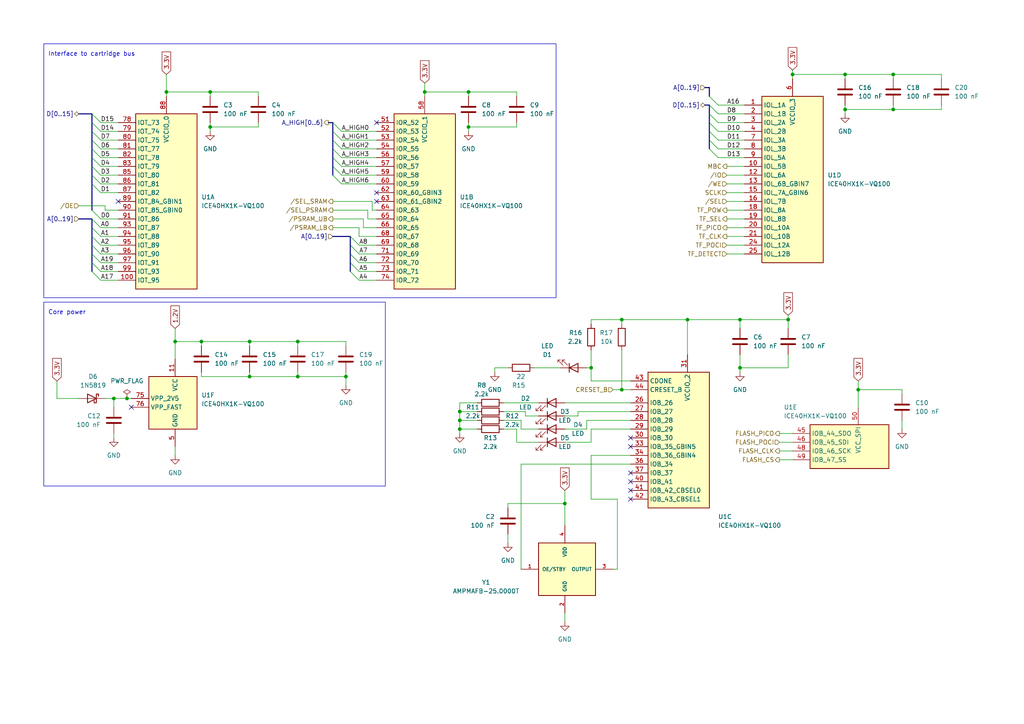
<source format=kicad_sch>
(kicad_sch (version 20230121) (generator eeschema)
  (paper "A4")
  (lib_symbols
    (symbol "AMPMAFB-25.0000T:AMPMAFB-25.0000T" (pin_names (offset 1.016))
      (property "Reference" "Y" (at -15.24 10.16 0))
      (property "Value" "AMPMAFB-25.0000T" (at -6.35 8.255 0))
      (symbol "AMPMAFB-25.0000T_0_0"
        (rectangle (start -15.24 7.62) (end 1.27 -7.62) (stroke (width 0.254)) (fill (type background)))
        (pin input line (at -20.32 0 0) (length 5.08) (name "OE/STBY") (number "1"))
        (pin power_in line (at -7.62 -12.7 90) (length 5.08) (name "GND") (number "2"))
        (pin output line (at 6.35 0 180) (length 5.08) (name "OUTPUT") (number "3"))
        (pin power_in line (at -7.62 12.7 270) (length 5.08) (name "VDD") (number "4"))
      )
    )
    (symbol "Device:C" (pin_numbers hide) (pin_names (offset 0.254))
      (property "Reference" "C" (at 0.635 2.54 0))
      (property "Value" "C" (at 0.635 -2.54 0))
      (symbol "C_0_1"
        (polyline (pts (xy -2.032 -0.762) (xy 2.032 -0.762)) (stroke (width 0.508)))
        (polyline (pts (xy -2.032 0.762) (xy 2.032 0.762)) (stroke (width 0.508)))
      )
      (symbol "C_1_1"
        (pin passive line (at 0 3.81 270) (length 2.794) (name "~") (number "1"))
        (pin passive line (at 0 -3.81 90) (length 2.794) (name "~") (number "2"))
      )
    )
    (symbol "Device:LED" (pin_numbers hide) (pin_names (offset 1.016) hide)
      (property "Reference" "D" (at 0 2.54 0))
      (property "Value" "LED" (at 0 -2.54 0))
      (symbol "LED_0_1"
        (polyline (pts (xy -1.27 -1.27) (xy -1.27 1.27)) (stroke (width 0.254)))
        (polyline (pts (xy -1.27 0) (xy 1.27 0)))
        (polyline (pts (xy 1.27 -1.27) (xy 1.27 1.27) (xy -1.27 0) (xy 1.27 -1.27)) (stroke (width 0.254)))
        (polyline (pts (xy -3.048 -0.762) (xy -4.572 -2.286) (xy -3.81 -2.286) (xy -4.572 -2.286) (xy -4.572 -1.524)))
        (polyline (pts (xy -1.778 -0.762) (xy -3.302 -2.286) (xy -2.54 -2.286) (xy -3.302 -2.286) (xy -3.302 -1.524)))
      )
      (symbol "LED_1_1"
        (pin passive line (at -3.81 0 0) (length 2.54) (name "K") (number "1"))
        (pin passive line (at 3.81 0 180) (length 2.54) (name "A") (number "2"))
      )
    )
    (symbol "Device:R" (pin_numbers hide) (pin_names (offset 0))
      (property "Reference" "R" (at 2.032 0 90))
      (property "Value" "R" (at 0 0 90))
      (symbol "R_0_1"
        (rectangle (start -1.016 -2.54) (end 1.016 2.54) (stroke (width 0.254)))
      )
      (symbol "R_1_1"
        (pin passive line (at 0 3.81 270) (length 1.27) (name "~") (number "1"))
        (pin passive line (at 0 -3.81 90) (length 1.27) (name "~") (number "2"))
      )
    )
    (symbol "Diode:1N5819" (pin_numbers hide) (pin_names (offset 1.016) hide)
      (property "Reference" "D" (at 0 2.54 0))
      (property "Value" "1N5819" (at 0 -2.54 0))
      (symbol "1N5819_0_1"
        (polyline (pts (xy 1.27 0) (xy -1.27 0)))
        (polyline (pts (xy 1.27 1.27) (xy 1.27 -1.27) (xy -1.27 0) (xy 1.27 1.27)) (stroke (width 0.254)))
        (polyline (pts (xy -1.905 0.635) (xy -1.905 1.27) (xy -1.27 1.27) (xy -1.27 -1.27) (xy -0.635 -1.27) (xy -0.635 -0.635)) (stroke (width 0.254)))
      )
      (symbol "1N5819_1_1"
        (pin passive line (at -3.81 0 0) (length 2.54) (name "K") (number "1"))
        (pin passive line (at 3.81 0 180) (length 2.54) (name "A") (number "2"))
      )
    )
    (symbol "nileswan:ICE40HX1K-VQ100"
      (property "Reference" "U" (at 15.24 7.62 0))
      (property "Value" "ICE40HX1K-VQ100" (at 15.24 5.08 0))
      (symbol "ICE40HX1K-VQ100_1_1"
        (rectangle (start 5.08 2.54) (end 22.86 -48.26) (stroke (width 0.254)) (fill (type background)))
        (pin bidirectional line (at 0 -45.72 0) (length 5.08) (name "IOT_95") (number "100"))
        (pin bidirectional line (at 0 0 0) (length 5.08) (name "IOT_73") (number "78"))
        (pin bidirectional line (at 0 -2.54 0) (length 5.08) (name "IOT_74") (number "79"))
        (pin bidirectional line (at 0 -5.08 0) (length 5.08) (name "IOT_75") (number "80"))
        (pin bidirectional line (at 0 -7.62 0) (length 5.08) (name "IOT_77") (number "81"))
        (pin bidirectional line (at 0 -10.16 0) (length 5.08) (name "IOT_78") (number "82"))
        (pin bidirectional line (at 0 -12.7 0) (length 5.08) (name "IOT_79") (number "83"))
        (pin bidirectional line (at 0 -15.24 0) (length 5.08) (name "IOT_80") (number "85"))
        (pin bidirectional line (at 0 -17.78 0) (length 5.08) (name "IOT_81") (number "86"))
        (pin bidirectional line (at 0 -20.32 0) (length 5.08) (name "IOT_82") (number "87"))
        (pin power_in line (at 13.97 7.62 270) (length 5.08) (name "VCCIO_0") (number "88"))
        (pin bidirectional line (at 0 -22.86 0) (length 5.08) (name "IOT_84_GBIN1") (number "89"))
        (pin bidirectional line (at 0 -25.4 0) (length 5.08) (name "IOT_85_GBIN0") (number "90"))
        (pin bidirectional line (at 0 -27.94 0) (length 5.08) (name "IOT_86") (number "91"))
        (pin passive line (at 13.97 7.62 270) (length 5.08) hide (name "VCCIO_0") (number "92"))
        (pin bidirectional line (at 0 -30.48 0) (length 5.08) (name "IOT_87") (number "93"))
        (pin bidirectional line (at 0 -33.02 0) (length 5.08) (name "IOT_88") (number "94"))
        (pin bidirectional line (at 0 -35.56 0) (length 5.08) (name "IOT_89") (number "95"))
        (pin bidirectional line (at 0 -38.1 0) (length 5.08) (name "IOT_90") (number "96"))
        (pin bidirectional line (at 0 -40.64 0) (length 5.08) (name "IOT_91") (number "97"))
        (pin bidirectional line (at 0 -43.18 0) (length 5.08) (name "IOT_93") (number "99"))
      )
      (symbol "ICE40HX1K-VQ100_2_1"
        (rectangle (start 5.08 2.54) (end 22.86 -48.26) (stroke (width 0.254)) (fill (type background)))
        (pin bidirectional line (at 0 0 0) (length 5.08) (name "IOR_52") (number "51"))
        (pin bidirectional line (at 0 -2.54 0) (length 5.08) (name "IOR_53") (number "52"))
        (pin bidirectional line (at 0 -5.08 0) (length 5.08) (name "IOR_54") (number "53"))
        (pin bidirectional line (at 0 -7.62 0) (length 5.08) (name "IOR_55") (number "54"))
        (pin bidirectional line (at 0 -10.16 0) (length 5.08) (name "IOR_56") (number "56"))
        (pin bidirectional line (at 0 -12.7 0) (length 5.08) (name "IOR_57") (number "57"))
        (pin power_in line (at 13.97 7.62 270) (length 5.08) (name "VCCIO_1") (number "58"))
        (pin bidirectional line (at 0 -15.24 0) (length 5.08) (name "IOR_58") (number "59"))
        (pin bidirectional line (at 0 -17.78 0) (length 5.08) (name "IOR_59") (number "60"))
        (pin bidirectional line (at 0 -20.32 0) (length 5.08) (name "IOR_60_GBIN3") (number "62"))
        (pin bidirectional line (at 0 -22.86 0) (length 5.08) (name "IOR_61_GBIN2") (number "63"))
        (pin bidirectional line (at 0 -25.4 0) (length 5.08) (name "IOR_63") (number "64"))
        (pin bidirectional line (at 0 -27.94 0) (length 5.08) (name "IOR_64") (number "65"))
        (pin bidirectional line (at 0 -30.48 0) (length 5.08) (name "IOR_65") (number "66"))
        (pin passive line (at 13.97 7.62 270) (length 5.08) hide (name "VCCIO_1") (number "67"))
        (pin bidirectional line (at 0 -33.02 0) (length 5.08) (name "IOR_67") (number "68"))
        (pin bidirectional line (at 0 -35.56 0) (length 5.08) (name "IOR_68") (number "69"))
        (pin bidirectional line (at 0 -38.1 0) (length 5.08) (name "IOR_69") (number "71"))
        (pin bidirectional line (at 0 -40.64 0) (length 5.08) (name "IOR_70") (number "72"))
        (pin bidirectional line (at 0 -43.18 0) (length 5.08) (name "IOR_71") (number "73"))
        (pin bidirectional line (at 0 -45.72 0) (length 5.08) (name "IOR_72") (number "74"))
      )
      (symbol "ICE40HX1K-VQ100_3_1"
        (rectangle (start 5.08 2.54) (end 22.86 -36.83) (stroke (width 0.254)) (fill (type background)))
        (pin bidirectional line (at 0 -6.35 0) (length 5.08) (name "IOB_26") (number "26"))
        (pin bidirectional line (at 0 -8.89 0) (length 5.08) (name "IOB_27") (number "27"))
        (pin bidirectional line (at 0 -11.43 0) (length 5.08) (name "IOB_28") (number "28"))
        (pin bidirectional line (at 0 -13.97 0) (length 5.08) (name "IOB_29") (number "29"))
        (pin bidirectional line (at 0 -16.51 0) (length 5.08) (name "IOB_30") (number "30"))
        (pin power_in line (at 16.51 7.62 270) (length 5.08) (name "VCCIO_2") (number "31"))
        (pin bidirectional line (at 0 -19.05 0) (length 5.08) (name "IOB_35_GBIN5") (number "33"))
        (pin bidirectional line (at 0 -21.59 0) (length 5.08) (name "IOB_36_GBIN4") (number "34"))
        (pin bidirectional line (at 0 -24.13 0) (length 5.08) (name "IOB_34") (number "36"))
        (pin bidirectional line (at 0 -26.67 0) (length 5.08) (name "IOB_37") (number "37"))
        (pin passive line (at 16.51 7.62 270) (length 5.08) hide (name "VCCIO_2") (number "38"))
        (pin bidirectional line (at 0 -29.21 0) (length 5.08) (name "IOB_41") (number "40"))
        (pin bidirectional line (at 0 -31.75 0) (length 5.08) (name "IOB_42_CBSEL0") (number "41"))
        (pin bidirectional line (at 0 -34.29 0) (length 5.08) (name "IOB_43_CBSEL1") (number "42"))
        (pin bidirectional line (at 0 0 0) (length 5.08) (name "CDONE") (number "43"))
        (pin input line (at 0 -2.54 0) (length 5.08) (name "CRESET_B") (number "44"))
      )
      (symbol "ICE40HX1K-VQ100_4_1"
        (rectangle (start 5.08 2.54) (end 22.86 -45.72) (stroke (width 0.254)) (fill (type background)))
        (pin bidirectional line (at 0 0 0) (length 5.08) (name "IOL_1A") (number "1"))
        (pin bidirectional line (at 0 -17.78 0) (length 5.08) (name "IOL_5B") (number "10"))
        (pin bidirectional line (at 0 -20.32 0) (length 5.08) (name "IOL_6A") (number "12"))
        (pin bidirectional line (at 0 -22.86 0) (length 5.08) (name "IOL_6B_GBIN7") (number "13"))
        (pin passive line (at 13.97 7.62 270) (length 5.08) hide (name "VCCIO_3") (number "14"))
        (pin bidirectional line (at 0 -25.4 0) (length 5.08) (name "IOL_7A_GBIN6") (number "15"))
        (pin bidirectional line (at 0 -27.94 0) (length 5.08) (name "IOL_7B") (number "16"))
        (pin bidirectional line (at 0 -30.48 0) (length 5.08) (name "IOL_8A") (number "18"))
        (pin bidirectional line (at 0 -33.02 0) (length 5.08) (name "IOL_8B") (number "19"))
        (pin bidirectional line (at 0 -2.54 0) (length 5.08) (name "IOL_1B") (number "2"))
        (pin bidirectional line (at 0 -35.56 0) (length 5.08) (name "IOL_10A") (number "20"))
        (pin bidirectional line (at 0 -38.1 0) (length 5.08) (name "IOL_10B") (number "21"))
        (pin passive line (at 13.97 7.62 270) (length 5.08) hide (name "VCCIO_3") (number "22"))
        (pin bidirectional line (at 0 -40.64 0) (length 5.08) (name "IOL_12A") (number "24"))
        (pin bidirectional line (at 0 -43.18 0) (length 5.08) (name "IOL_12B") (number "25"))
        (pin bidirectional line (at 0 -5.08 0) (length 5.08) (name "IOL_2A") (number "3"))
        (pin bidirectional line (at 0 -7.62 0) (length 5.08) (name "IOL_2B") (number "4"))
        (pin power_in line (at 13.97 7.62 270) (length 5.08) (name "VCCIO_3") (number "6"))
        (pin bidirectional line (at 0 -10.16 0) (length 5.08) (name "IOL_3A") (number "7"))
        (pin bidirectional line (at 0 -12.7 0) (length 5.08) (name "IOL_3B") (number "8"))
        (pin bidirectional line (at 0 -15.24 0) (length 5.08) (name "IOL_5A") (number "9"))
      )
      (symbol "ICE40HX1K-VQ100_5_1"
        (rectangle (start 5.08 2.54) (end 27.94 -10.16) (stroke (width 0.254)) (fill (type background)))
        (pin bidirectional line (at 0 0 0) (length 5.08) (name "IOB_44_SDO") (number "45"))
        (pin bidirectional line (at 0 -2.54 0) (length 5.08) (name "IOB_45_SDI") (number "46"))
        (pin bidirectional line (at 0 -5.08 0) (length 5.08) (name "IOB_46_SCK") (number "48"))
        (pin bidirectional line (at 0 -7.62 0) (length 5.08) (name "IOB_47_SS") (number "49"))
        (pin power_in line (at 19.05 7.62 270) (length 5.08) (name "VCC_SPI") (number "50"))
      )
      (symbol "ICE40HX1K-VQ100_6_1"
        (rectangle (start 5.08 3.81) (end 19.05 -11.43) (stroke (width 0.254)) (fill (type background)))
        (pin power_in line (at 12.7 8.89 270) (length 5.08) (name "VCC") (number "11"))
        (pin passive line (at 12.7 -16.51 90) (length 5.08) hide (name "GND") (number "17"))
        (pin passive line (at 12.7 -16.51 90) (length 5.08) hide (name "GND") (number "23"))
        (pin passive line (at 12.7 -16.51 90) (length 5.08) hide (name "GND") (number "32"))
        (pin passive line (at 12.7 8.89 270) (length 5.08) hide (name "VCC") (number "35"))
        (pin passive line (at 12.7 -16.51 90) (length 5.08) hide (name "GND") (number "39"))
        (pin passive line (at 12.7 -16.51 90) (length 5.08) hide (name "GND") (number "47"))
        (pin power_in line (at 12.7 -16.51 90) (length 5.08) (name "GND") (number "5"))
        (pin passive line (at 12.7 -16.51 90) (length 5.08) hide (name "GND") (number "55"))
        (pin passive line (at 12.7 8.89 270) (length 5.08) hide (name "VCC") (number "61"))
        (pin passive line (at 12.7 -16.51 90) (length 5.08) hide (name "GND") (number "70"))
        (pin power_in line (at 0 -2.54 0) (length 5.08) (name "VPP_2V5") (number "75"))
        (pin power_in line (at 0 -5.08 0) (length 5.08) (name "VPP_FAST") (number "76"))
        (pin passive line (at 12.7 8.89 270) (length 5.08) hide (name "VCC") (number "77"))
        (pin passive line (at 12.7 -16.51 90) (length 5.08) hide (name "GND") (number "84"))
        (pin passive line (at 12.7 -16.51 90) (length 5.08) hide (name "GND") (number "98"))
      )
    )
    (symbol "power:GND" (power) (pin_names (offset 0))
      (property "Value" "GND" (at 0 -3.81 0))
      (symbol "GND_0_1"
        (polyline (pts (xy 0 0) (xy 0 -1.27) (xy 1.27 -1.27) (xy 0 -2.54) (xy -1.27 -1.27) (xy 0 -1.27)))
      )
      (symbol "GND_1_1"
        (pin power_in line (at 0 0 270) (length 0) hide (name "GND") (number "1"))
      )
    )
    (symbol "power:PWR_FLAG" (power) (pin_numbers hide) (pin_names (offset 0) hide)
      (property "Value" "PWR_FLAG" (at 0 3.81 0))
      (symbol "PWR_FLAG_0_0"
        (pin power_out line (at 0 0 90) (length 0) (name "pwr") (number "1"))
      )
      (symbol "PWR_FLAG_0_1"
        (polyline (pts (xy 0 0) (xy 0 1.27) (xy -1.016 1.905) (xy 0 2.54) (xy 1.016 1.905) (xy 0 1.27)))
      )
    )
  )
  (junction (at 245.11 31.75))
  (junction (at 86.36 99.06))
  (junction (at 36.83 115.57))
  (junction (at 86.36 109.22))
  (junction (at 100.33 109.22))
  (junction (at 72.39 109.22))
  (junction (at 72.39 99.06))
  (junction (at 60.96 36.83))
  (junction (at 229.87 21.59))
  (junction (at 135.89 26.67))
  (junction (at 133.35 124.46))
  (junction (at 163.83 146.05))
  (junction (at 123.19 26.67))
  (junction (at 133.35 121.92))
  (junction (at 228.6 92.71))
  (junction (at 171.45 106.68))
  (junction (at 214.63 106.68))
  (junction (at 60.96 26.67))
  (junction (at 50.8 99.06))
  (junction (at 259.08 31.75))
  (junction (at 180.34 113.03))
  (junction (at 48.26 26.67))
  (junction (at 245.11 21.59))
  (junction (at 180.34 92.71))
  (junction (at 214.63 92.71))
  (junction (at 33.02 115.57))
  (junction (at 58.42 99.06))
  (junction (at 199.39 92.71))
  (junction (at 135.89 36.83))
  (junction (at 248.92 113.03))
  (junction (at 133.35 119.38))
  (junction (at 259.08 21.59))
  (no_connect (at 109.22 55.88))
  (no_connect (at 182.88 129.54))
  (no_connect (at 182.88 139.7))
  (no_connect (at 109.22 58.42))
  (no_connect (at 38.1 118.11))
  (no_connect (at 182.88 127))
  (no_connect (at 109.22 35.56))
  (no_connect (at 34.29 58.42))
  (no_connect (at 182.88 137.16))
  (no_connect (at 182.88 144.78))
  (no_connect (at 182.88 142.24))
  (bus_entry (at 26.67 73.66) (size 2.54 2.54))
  (bus_entry (at 29.21 53.34) (size -2.54 -2.54))
  (bus_entry (at 99.06 38.1) (size -2.54 -2.54))
  (bus_entry (at 99.06 53.34) (size -2.54 -2.54))
  (bus_entry (at 205.74 30.48) (size 2.54 2.54))
  (bus_entry (at 205.74 35.56) (size 2.54 2.54))
  (bus_entry (at 205.74 40.64) (size 2.54 2.54))
  (bus_entry (at 26.67 76.2) (size 2.54 2.54))
  (bus_entry (at 29.21 45.72) (size -2.54 -2.54))
  (bus_entry (at 26.67 68.58) (size 2.54 2.54))
  (bus_entry (at 99.06 48.26) (size -2.54 -2.54))
  (bus_entry (at 29.21 48.26) (size -2.54 -2.54))
  (bus_entry (at 99.06 50.8) (size -2.54 -2.54))
  (bus_entry (at 104.14 76.2) (size -2.54 -2.54))
  (bus_entry (at 29.21 55.88) (size -2.54 -2.54))
  (bus_entry (at 26.67 78.74) (size 2.54 2.54))
  (bus_entry (at 205.74 38.1) (size 2.54 2.54))
  (bus_entry (at 205.74 43.18) (size 2.54 2.54))
  (bus_entry (at 99.06 43.18) (size -2.54 -2.54))
  (bus_entry (at 26.67 60.96) (size 2.54 2.54))
  (bus_entry (at 205.74 27.94) (size 2.54 2.54))
  (bus_entry (at 29.21 40.64) (size -2.54 -2.54))
  (bus_entry (at 104.14 81.28) (size -2.54 -2.54))
  (bus_entry (at 26.67 63.5) (size 2.54 2.54))
  (bus_entry (at 26.67 71.12) (size 2.54 2.54))
  (bus_entry (at 26.67 33.02) (size 2.54 2.54))
  (bus_entry (at 101.6 68.58) (size 2.54 2.54))
  (bus_entry (at 104.14 78.74) (size -2.54 -2.54))
  (bus_entry (at 29.21 43.18) (size -2.54 -2.54))
  (bus_entry (at 205.74 33.02) (size 2.54 2.54))
  (bus_entry (at 26.67 66.04) (size 2.54 2.54))
  (bus_entry (at 104.14 73.66) (size -2.54 -2.54))
  (bus_entry (at 99.06 45.72) (size -2.54 -2.54))
  (bus_entry (at 29.21 50.8) (size -2.54 -2.54))
  (bus_entry (at 26.67 35.56) (size 2.54 2.54))
  (bus_entry (at 99.06 40.64) (size -2.54 -2.54))
  (bus (pts (xy 205.74 33.02) (xy 205.74 35.56)))
  (wire (pts (xy 29.21 68.58) (xy 34.29 68.58)))
  (wire (pts (xy 163.83 146.05) (xy 163.83 152.4)))
  (wire (pts (xy 104.14 78.74) (xy 109.22 78.74)))
  (wire (pts (xy 74.93 26.67) (xy 74.93 27.94)))
  (wire (pts (xy 29.21 66.04) (xy 34.29 66.04)))
  (wire (pts (xy 99.06 40.64) (xy 109.22 40.64)))
  (wire (pts (xy 170.18 121.92) (xy 170.18 124.46)))
  (wire (pts (xy 33.02 115.57) (xy 36.83 115.57)))
  (wire (pts (xy 149.86 124.46) (xy 149.86 128.27)))
  (wire (pts (xy 86.36 107.95) (xy 86.36 109.22)))
  (wire (pts (xy 167.64 119.38) (xy 167.64 120.65)))
  (wire (pts (xy 30.48 60.96) (xy 34.29 60.96)))
  (wire (pts (xy 170.18 124.46) (xy 163.83 124.46)))
  (wire (pts (xy 29.21 43.18) (xy 34.29 43.18)))
  (wire (pts (xy 86.36 109.22) (xy 100.33 109.22)))
  (bus (pts (xy 26.67 45.72) (xy 26.67 43.18)))
  (wire (pts (xy 29.21 38.1) (xy 34.29 38.1)))
  (bus (pts (xy 96.52 38.1) (xy 96.52 40.64)))
  (wire (pts (xy 86.36 99.06) (xy 86.36 100.33)))
  (wire (pts (xy 105.41 66.04) (xy 109.22 66.04)))
  (wire (pts (xy 259.08 21.59) (xy 259.08 22.86)))
  (wire (pts (xy 245.11 33.02) (xy 245.11 31.75)))
  (wire (pts (xy 29.21 71.12) (xy 34.29 71.12)))
  (wire (pts (xy 60.96 26.67) (xy 60.96 27.94)))
  (wire (pts (xy 214.63 92.71) (xy 228.6 92.71)))
  (wire (pts (xy 229.87 20.32) (xy 229.87 21.59)))
  (wire (pts (xy 16.51 110.49) (xy 16.51 115.57)))
  (wire (pts (xy 152.4 120.65) (xy 156.21 120.65)))
  (wire (pts (xy 86.36 99.06) (xy 100.33 99.06)))
  (wire (pts (xy 135.89 26.67) (xy 135.89 27.94)))
  (wire (pts (xy 22.86 59.69) (xy 30.48 59.69)))
  (bus (pts (xy 26.67 71.12) (xy 26.67 73.66)))
  (wire (pts (xy 273.05 30.48) (xy 273.05 31.75)))
  (bus (pts (xy 26.67 48.26) (xy 26.67 50.8)))
  (wire (pts (xy 146.05 124.46) (xy 149.86 124.46)))
  (wire (pts (xy 259.08 21.59) (xy 273.05 21.59)))
  (wire (pts (xy 208.28 30.48) (xy 215.9 30.48)))
  (wire (pts (xy 214.63 106.68) (xy 214.63 102.87)))
  (wire (pts (xy 210.82 60.96) (xy 215.9 60.96)))
  (wire (pts (xy 151.13 134.62) (xy 182.88 134.62)))
  (wire (pts (xy 171.45 124.46) (xy 171.45 128.27)))
  (wire (pts (xy 167.64 120.65) (xy 163.83 120.65)))
  (wire (pts (xy 151.13 121.92) (xy 151.13 124.46)))
  (wire (pts (xy 259.08 31.75) (xy 259.08 30.48)))
  (wire (pts (xy 171.45 92.71) (xy 180.34 92.71)))
  (wire (pts (xy 29.21 50.8) (xy 34.29 50.8)))
  (wire (pts (xy 261.62 113.03) (xy 261.62 114.3)))
  (wire (pts (xy 171.45 101.6) (xy 171.45 106.68)))
  (bus (pts (xy 96.52 48.26) (xy 96.52 45.72)))
  (wire (pts (xy 96.52 60.96) (xy 106.68 60.96)))
  (bus (pts (xy 101.6 71.12) (xy 101.6 73.66)))
  (wire (pts (xy 154.94 106.68) (xy 162.56 106.68)))
  (wire (pts (xy 214.63 107.95) (xy 214.63 106.68)))
  (bus (pts (xy 26.67 68.58) (xy 26.67 71.12)))
  (wire (pts (xy 133.35 124.46) (xy 138.43 124.46)))
  (wire (pts (xy 123.19 26.67) (xy 123.19 27.94)))
  (wire (pts (xy 143.51 106.68) (xy 143.51 107.95)))
  (bus (pts (xy 26.67 33.02) (xy 26.67 35.56)))
  (wire (pts (xy 226.06 133.35) (xy 229.87 133.35)))
  (wire (pts (xy 36.83 115.57) (xy 38.1 115.57)))
  (wire (pts (xy 146.05 119.38) (xy 152.4 119.38)))
  (wire (pts (xy 210.82 58.42) (xy 215.9 58.42)))
  (wire (pts (xy 210.82 48.26) (xy 215.9 48.26)))
  (bus (pts (xy 26.67 53.34) (xy 26.67 60.96)))
  (wire (pts (xy 147.32 146.05) (xy 147.32 147.32)))
  (wire (pts (xy 133.35 119.38) (xy 133.35 116.84)))
  (wire (pts (xy 104.14 68.58) (xy 109.22 68.58)))
  (wire (pts (xy 29.21 73.66) (xy 34.29 73.66)))
  (wire (pts (xy 58.42 109.22) (xy 72.39 109.22)))
  (wire (pts (xy 29.21 48.26) (xy 34.29 48.26)))
  (bus (pts (xy 101.6 78.74) (xy 101.6 76.2)))
  (wire (pts (xy 182.88 119.38) (xy 167.64 119.38)))
  (wire (pts (xy 58.42 107.95) (xy 58.42 109.22)))
  (wire (pts (xy 48.26 26.67) (xy 48.26 27.94)))
  (wire (pts (xy 180.34 101.6) (xy 180.34 113.03)))
  (wire (pts (xy 151.13 124.46) (xy 156.21 124.46)))
  (wire (pts (xy 133.35 119.38) (xy 138.43 119.38)))
  (wire (pts (xy 107.95 60.96) (xy 109.22 60.96)))
  (wire (pts (xy 133.35 116.84) (xy 138.43 116.84)))
  (wire (pts (xy 245.11 21.59) (xy 259.08 21.59)))
  (wire (pts (xy 248.92 113.03) (xy 248.92 118.11)))
  (wire (pts (xy 58.42 99.06) (xy 72.39 99.06)))
  (wire (pts (xy 72.39 99.06) (xy 72.39 100.33)))
  (wire (pts (xy 208.28 43.18) (xy 215.9 43.18)))
  (wire (pts (xy 152.4 119.38) (xy 152.4 120.65)))
  (wire (pts (xy 106.68 60.96) (xy 106.68 63.5)))
  (wire (pts (xy 99.06 45.72) (xy 109.22 45.72)))
  (wire (pts (xy 180.34 93.98) (xy 180.34 92.71)))
  (wire (pts (xy 29.21 40.64) (xy 34.29 40.64)))
  (wire (pts (xy 135.89 36.83) (xy 149.86 36.83)))
  (wire (pts (xy 107.95 58.42) (xy 107.95 60.96)))
  (wire (pts (xy 29.21 45.72) (xy 34.29 45.72)))
  (wire (pts (xy 135.89 26.67) (xy 149.86 26.67)))
  (wire (pts (xy 199.39 92.71) (xy 199.39 102.87)))
  (wire (pts (xy 60.96 26.67) (xy 74.93 26.67)))
  (wire (pts (xy 99.06 53.34) (xy 109.22 53.34)))
  (wire (pts (xy 143.51 106.68) (xy 147.32 106.68)))
  (wire (pts (xy 208.28 33.02) (xy 215.9 33.02)))
  (wire (pts (xy 245.11 31.75) (xy 245.11 30.48)))
  (wire (pts (xy 104.14 76.2) (xy 109.22 76.2)))
  (wire (pts (xy 29.21 63.5) (xy 34.29 63.5)))
  (wire (pts (xy 245.11 21.59) (xy 245.11 22.86)))
  (wire (pts (xy 58.42 99.06) (xy 58.42 100.33)))
  (wire (pts (xy 99.06 38.1) (xy 109.22 38.1)))
  (wire (pts (xy 29.21 78.74) (xy 34.29 78.74)))
  (wire (pts (xy 146.05 116.84) (xy 156.21 116.84)))
  (wire (pts (xy 104.14 66.04) (xy 104.14 68.58)))
  (wire (pts (xy 208.28 38.1) (xy 215.9 38.1)))
  (bus (pts (xy 101.6 76.2) (xy 101.6 73.66)))
  (wire (pts (xy 163.83 116.84) (xy 182.88 116.84)))
  (wire (pts (xy 214.63 106.68) (xy 228.6 106.68)))
  (bus (pts (xy 26.67 66.04) (xy 26.67 68.58)))
  (wire (pts (xy 100.33 109.22) (xy 100.33 111.76)))
  (wire (pts (xy 30.48 115.57) (xy 33.02 115.57)))
  (wire (pts (xy 135.89 36.83) (xy 135.89 35.56)))
  (wire (pts (xy 171.45 93.98) (xy 171.45 92.71)))
  (bus (pts (xy 26.67 53.34) (xy 26.67 50.8)))
  (wire (pts (xy 149.86 128.27) (xy 156.21 128.27)))
  (bus (pts (xy 205.74 25.4) (xy 205.74 27.94)))
  (wire (pts (xy 171.45 132.08) (xy 171.45 144.78)))
  (wire (pts (xy 72.39 107.95) (xy 72.39 109.22)))
  (wire (pts (xy 74.93 36.83) (xy 74.93 35.56)))
  (wire (pts (xy 72.39 99.06) (xy 86.36 99.06)))
  (wire (pts (xy 99.06 43.18) (xy 109.22 43.18)))
  (wire (pts (xy 133.35 121.92) (xy 138.43 121.92)))
  (wire (pts (xy 179.07 144.78) (xy 179.07 165.1)))
  (bus (pts (xy 96.52 68.58) (xy 101.6 68.58)))
  (bus (pts (xy 26.67 66.04) (xy 26.67 63.5)))
  (bus (pts (xy 204.47 30.48) (xy 205.74 30.48)))
  (wire (pts (xy 226.06 125.73) (xy 229.87 125.73)))
  (bus (pts (xy 205.74 35.56) (xy 205.74 38.1)))
  (wire (pts (xy 210.82 73.66) (xy 215.9 73.66)))
  (wire (pts (xy 29.21 81.28) (xy 34.29 81.28)))
  (wire (pts (xy 226.06 130.81) (xy 229.87 130.81)))
  (bus (pts (xy 26.67 35.56) (xy 26.67 38.1)))
  (wire (pts (xy 163.83 142.24) (xy 163.83 146.05)))
  (wire (pts (xy 171.45 110.49) (xy 182.88 110.49)))
  (wire (pts (xy 106.68 63.5) (xy 109.22 63.5)))
  (wire (pts (xy 60.96 36.83) (xy 74.93 36.83)))
  (wire (pts (xy 104.14 73.66) (xy 109.22 73.66)))
  (wire (pts (xy 177.8 113.03) (xy 180.34 113.03)))
  (wire (pts (xy 29.21 53.34) (xy 34.29 53.34)))
  (wire (pts (xy 210.82 71.12) (xy 215.9 71.12)))
  (wire (pts (xy 29.21 55.88) (xy 34.29 55.88)))
  (wire (pts (xy 214.63 92.71) (xy 214.63 95.25)))
  (wire (pts (xy 210.82 53.34) (xy 215.9 53.34)))
  (wire (pts (xy 171.45 110.49) (xy 171.45 106.68)))
  (wire (pts (xy 30.48 59.69) (xy 30.48 60.96)))
  (bus (pts (xy 26.67 73.66) (xy 26.67 76.2)))
  (wire (pts (xy 104.14 81.28) (xy 109.22 81.28)))
  (wire (pts (xy 149.86 26.67) (xy 149.86 27.94)))
  (wire (pts (xy 123.19 26.67) (xy 135.89 26.67)))
  (wire (pts (xy 50.8 129.54) (xy 50.8 132.08)))
  (wire (pts (xy 33.02 115.57) (xy 33.02 118.11)))
  (wire (pts (xy 208.28 45.72) (xy 215.9 45.72)))
  (wire (pts (xy 210.82 68.58) (xy 215.9 68.58)))
  (wire (pts (xy 135.89 38.1) (xy 135.89 36.83)))
  (wire (pts (xy 16.51 115.57) (xy 22.86 115.57)))
  (wire (pts (xy 105.41 63.5) (xy 105.41 66.04)))
  (bus (pts (xy 101.6 68.58) (xy 101.6 71.12)))
  (bus (pts (xy 96.52 35.56) (xy 96.52 38.1)))
  (bus (pts (xy 204.47 25.4) (xy 205.74 25.4)))
  (wire (pts (xy 210.82 50.8) (xy 215.9 50.8)))
  (wire (pts (xy 210.82 63.5) (xy 215.9 63.5)))
  (bus (pts (xy 205.74 30.48) (xy 205.74 33.02)))
  (bus (pts (xy 205.74 40.64) (xy 205.74 43.18)))
  (bus (pts (xy 26.67 38.1) (xy 26.67 40.64)))
  (wire (pts (xy 72.39 109.22) (xy 86.36 109.22)))
  (wire (pts (xy 170.18 106.68) (xy 171.45 106.68)))
  (bus (pts (xy 96.52 35.56) (xy 95.25 35.56)))
  (wire (pts (xy 245.11 31.75) (xy 259.08 31.75)))
  (wire (pts (xy 229.87 21.59) (xy 229.87 22.86)))
  (wire (pts (xy 50.8 95.25) (xy 50.8 99.06)))
  (wire (pts (xy 33.02 125.73) (xy 33.02 127)))
  (wire (pts (xy 228.6 106.68) (xy 228.6 102.87)))
  (wire (pts (xy 210.82 55.88) (xy 215.9 55.88)))
  (bus (pts (xy 22.86 63.5) (xy 26.67 63.5)))
  (wire (pts (xy 133.35 125.73) (xy 133.35 124.46)))
  (wire (pts (xy 179.07 165.1) (xy 177.8 165.1)))
  (wire (pts (xy 210.82 66.04) (xy 215.9 66.04)))
  (wire (pts (xy 228.6 91.44) (xy 228.6 92.71)))
  (wire (pts (xy 199.39 92.71) (xy 214.63 92.71)))
  (wire (pts (xy 149.86 36.83) (xy 149.86 35.56)))
  (bus (pts (xy 96.52 48.26) (xy 96.52 50.8)))
  (wire (pts (xy 100.33 107.95) (xy 100.33 109.22)))
  (wire (pts (xy 182.88 124.46) (xy 171.45 124.46)))
  (wire (pts (xy 133.35 121.92) (xy 133.35 119.38)))
  (wire (pts (xy 146.05 121.92) (xy 151.13 121.92)))
  (wire (pts (xy 96.52 66.04) (xy 104.14 66.04)))
  (wire (pts (xy 180.34 113.03) (xy 182.88 113.03)))
  (wire (pts (xy 123.19 24.13) (xy 123.19 26.67)))
  (wire (pts (xy 273.05 21.59) (xy 273.05 22.86)))
  (wire (pts (xy 29.21 35.56) (xy 34.29 35.56)))
  (wire (pts (xy 273.05 31.75) (xy 259.08 31.75)))
  (wire (pts (xy 50.8 99.06) (xy 58.42 99.06)))
  (wire (pts (xy 163.83 177.8) (xy 163.83 180.34)))
  (bus (pts (xy 22.86 33.02) (xy 26.67 33.02)))
  (wire (pts (xy 180.34 92.71) (xy 199.39 92.71)))
  (wire (pts (xy 147.32 146.05) (xy 163.83 146.05)))
  (wire (pts (xy 60.96 38.1) (xy 60.96 36.83)))
  (bus (pts (xy 205.74 38.1) (xy 205.74 40.64)))
  (wire (pts (xy 261.62 124.46) (xy 261.62 121.92)))
  (wire (pts (xy 99.06 48.26) (xy 109.22 48.26)))
  (wire (pts (xy 96.52 63.5) (xy 105.41 63.5)))
  (wire (pts (xy 248.92 110.49) (xy 248.92 113.03)))
  (bus (pts (xy 96.52 45.72) (xy 96.52 43.18)))
  (bus (pts (xy 26.67 40.64) (xy 26.67 43.18)))
  (wire (pts (xy 100.33 99.06) (xy 100.33 100.33)))
  (wire (pts (xy 104.14 71.12) (xy 109.22 71.12)))
  (wire (pts (xy 48.26 26.67) (xy 60.96 26.67)))
  (wire (pts (xy 208.28 40.64) (xy 215.9 40.64)))
  (bus (pts (xy 26.67 45.72) (xy 26.67 48.26)))
  (wire (pts (xy 171.45 128.27) (xy 163.83 128.27)))
  (wire (pts (xy 182.88 121.92) (xy 170.18 121.92)))
  (wire (pts (xy 60.96 36.83) (xy 60.96 35.56)))
  (bus (pts (xy 96.52 43.18) (xy 96.52 40.64)))
  (bus (pts (xy 26.67 76.2) (xy 26.67 78.74)))
  (wire (pts (xy 151.13 134.62) (xy 151.13 165.1)))
  (wire (pts (xy 50.8 99.06) (xy 50.8 104.14)))
  (wire (pts (xy 171.45 144.78) (xy 179.07 144.78)))
  (wire (pts (xy 248.92 113.03) (xy 261.62 113.03)))
  (wire (pts (xy 229.87 21.59) (xy 245.11 21.59)))
  (wire (pts (xy 226.06 128.27) (xy 229.87 128.27)))
  (wire (pts (xy 48.26 21.59) (xy 48.26 26.67)))
  (wire (pts (xy 29.21 76.2) (xy 34.29 76.2)))
  (wire (pts (xy 99.06 50.8) (xy 109.22 50.8)))
  (wire (pts (xy 147.32 154.94) (xy 147.32 157.48)))
  (wire (pts (xy 208.28 35.56) (xy 215.9 35.56)))
  (wire (pts (xy 228.6 92.71) (xy 228.6 95.25)))
  (wire (pts (xy 171.45 132.08) (xy 182.88 132.08)))
  (wire (pts (xy 133.35 124.46) (xy 133.35 121.92)))
  (wire (pts (xy 96.52 58.42) (xy 107.95 58.42)))
  (rectangle (start 12.7 87.63) (end 111.76 140.97))
  (rectangle (start 12.7 12.7) (end 161.29 86.36))
  (text "Interface to cartridge bus" (at 13.97 16.51 0) (effects (font (size 1.27 1.27)) (justify left bottom)))
  (text "Core power" (at 13.97 91.44 0) (effects (font (size 1.27 1.27)) (justify left bottom)))
  (label "A_HIGH6" (at 99.06 53.34 0))
  (label "A16" (at 210.82 30.48 0))
  (label "A19" (at 29.21 76.2 0))
  (label "D5" (at 29.21 45.72 0))
  (label "D8" (at 210.82 33.02 0))
  (label "A5" (at 104.14 78.74 0))
  (label "A0" (at 29.21 66.04 0))
  (label "D13" (at 210.82 45.72 0))
  (label "A6" (at 104.14 76.2 0))
  (label "D14" (at 29.21 38.1 0))
  (label "A_HIGH4" (at 99.06 48.26 0))
  (label "A3" (at 29.21 73.66 0))
  (label "D11" (at 210.82 40.64 0))
  (label "D1" (at 29.21 55.88 0))
  (label "A2" (at 29.21 71.12 0))
  (label "A7" (at 104.14 73.66 0))
  (label "D7" (at 29.21 40.64 0))
  (label "D3" (at 29.21 50.8 0))
  (label "A_HIGH1" (at 99.06 40.64 0))
  (label "D9" (at 210.82 35.56 0))
  (label "A17" (at 29.21 81.28 0))
  (label "A4" (at 104.14 81.28 0))
  (label "D12" (at 210.82 43.18 0))
  (label "D2" (at 29.21 53.34 0))
  (label "D6" (at 29.21 43.18 0))
  (label "A_HIGH3" (at 99.06 45.72 0))
  (label "D0" (at 29.21 63.5 0))
  (label "A_HIGH2" (at 99.06 43.18 0))
  (label "D15" (at 29.21 35.56 0))
  (label "D10" (at 210.82 38.1 0))
  (label "A18" (at 29.21 78.74 0))
  (label "A_HIGH0" (at 99.06 38.1 0))
  (label "A8" (at 104.14 71.12 0))
  (label "A1" (at 29.21 68.58 0))
  (label "D4" (at 29.21 48.26 0))
  (label "A_HIGH5" (at 99.06 50.8 0))
  (global_label "3.3V" (shape input) (at 228.6 91.44 90) (property "Intersheetrefs" "${INTERSHEET_REFS}" (effects hide)))
  (global_label "3.3V" (shape input) (at 16.51 110.49 90) (property "Intersheetrefs" "${INTERSHEET_REFS}" (effects hide)))
  (global_label "3.3V" (shape input) (at 229.87 20.32 90) (property "Intersheetrefs" "${INTERSHEET_REFS}" (effects hide)))
  (global_label "3.3V" (shape input) (at 123.19 24.13 90) (property "Intersheetrefs" "${INTERSHEET_REFS}" (effects hide)))
  (global_label "3.3V" (shape input) (at 163.83 142.24 90) (property "Intersheetrefs" "${INTERSHEET_REFS}" (effects hide)))
  (global_label "1.2V" (shape input) (at 50.8 95.25 90) (property "Intersheetrefs" "${INTERSHEET_REFS}" (effects hide)))
  (global_label "3.3V" (shape input) (at 48.26 21.59 90) (property "Intersheetrefs" "${INTERSHEET_REFS}" (effects hide)))
  (global_label "3.3V" (shape input) (at 248.92 110.49 90) (property "Intersheetrefs" "${INTERSHEET_REFS}" (effects hide)))
  (hierarchical_label "FLASH_PICO" (shape output) (at 226.06 125.73 180))
  (hierarchical_label "A[0..19]" (shape input) (at 22.86 63.5 180))
  (hierarchical_label "{slash}SEL_SRAM" (shape output) (at 96.52 58.42 180))
  (hierarchical_label "D[0..15]" (shape bidirectional) (at 22.86 33.02 180))
  (hierarchical_label "CRESET_B" (shape input) (at 177.8 113.03 180))
  (hierarchical_label "D[0..15]" (shape bidirectional) (at 204.47 30.48 180))
  (hierarchical_label "TF_POCI" (shape input) (at 210.82 71.12 180))
  (hierarchical_label "{slash}OE" (shape input) (at 22.86 59.69 180))
  (hierarchical_label "FLASH_CS" (shape output) (at 226.06 133.35 180))
  (hierarchical_label "MBC" (shape output) (at 210.82 48.26 180))
  (hierarchical_label "{slash}PSRAM_UB" (shape output) (at 96.52 63.5 180))
  (hierarchical_label "TF_SEL" (shape output) (at 210.82 63.5 180))
  (hierarchical_label "FLASH_POCI" (shape input) (at 226.06 128.27 180))
  (hierarchical_label "TF_PICO" (shape output) (at 210.82 66.04 180))
  (hierarchical_label "FLASH_CLK" (shape output) (at 226.06 130.81 180))
  (hierarchical_label "TF_CLK" (shape output) (at 210.82 68.58 180))
  (hierarchical_label "SCLK" (shape input) (at 210.82 55.88 180))
  (hierarchical_label "A[0..19]" (shape input) (at 96.52 68.58 180))
  (hierarchical_label "TF_POW" (shape output) (at 210.82 60.96 180))
  (hierarchical_label "{slash}SEL_PSRAM" (shape output) (at 96.52 60.96 180))
  (hierarchical_label "{slash}WE" (shape input) (at 210.82 53.34 180))
  (hierarchical_label "{slash}SEL" (shape input) (at 210.82 58.42 180))
  (hierarchical_label "TF_DETECT" (shape input) (at 210.82 73.66 180))
  (hierarchical_label "{slash}IO" (shape input) (at 210.82 50.8 180))
  (hierarchical_label "{slash}PSRAM_LB" (shape output) (at 96.52 66.04 180))
  (hierarchical_label "A_HIGH[0..6]" (shape output) (at 95.25 35.56 180))
  (hierarchical_label "A[0..19]" (shape input) (at 204.47 25.4 180))
  (symbol (lib_id "Device:C") (at 261.62 118.11 0) (unit 1)
    (property "Reference" "C10" (at 265.43 116.84 0) (effects (justify left)))
    (property "Value" "100 nF" (at 265.43 119.38 0) (effects (justify left)))
    (property "Footprint" "Capacitor_SMD:C_0402_1005Metric" (effects hide))
  )
  (symbol (lib_id "power:GND") (at 143.51 107.95 0) (unit 1)
    (property "Reference" "#PWR07" (effects hide))
    (property "Value" "GND" (at 143.51 113.03 0))
  )
  (symbol (lib_id "Device:LED") (at 160.02 128.27 0) (unit 1)
    (property "Reference" "D5" (at 163.83 127 0))
    (property "Value" "LED" (at 163.83 129.54 0))
    (property "Footprint" "LED_SMD:LED_0402_1005Metric" (effects hide))
  )
  (symbol (lib_id "Device:C") (at 149.86 31.75 0) (unit 1)
    (property "Reference" "C9" (at 153.67 30.48 0) (effects (justify left)))
    (property "Value" "100 nF" (at 153.67 33.02 0) (effects (justify left)))
    (property "Footprint" "Capacitor_SMD:C_0402_1005Metric" (effects hide))
  )
  (symbol (lib_id "power:GND") (at 33.02 127 0) (unit 1)
    (property "Reference" "#PWR017" (effects hide))
    (property "Value" "GND" (at 33.02 132.08 0))
  )
  (symbol (lib_id "nileswan:ICE40HX1K-VQ100") (at 109.22 35.56 0) (unit 2)
    (property "Reference" "U1" (at 133.35 57.15 0) (effects (justify left)))
    (property "Value" "ICE40HX1K-VQ100" (at 133.35 59.69 0) (effects (justify left)))
    (property "Footprint" "Package_QFP:VQFP-100_14x14mm_P0.5mm" (effects hide))
  )
  (symbol (lib_id "Device:C") (at 245.11 26.67 0) (unit 1)
    (property "Reference" "C16" (at 248.92 25.4 0) (effects (justify left)))
    (property "Value" "100 nF" (at 248.92 27.94 0) (effects (justify left)))
    (property "Footprint" "Capacitor_SMD:C_0402_1005Metric" (effects hide))
  )
  (symbol (lib_id "Device:C") (at 147.32 151.13 0) (mirror y) (unit 1)
    (property "Reference" "C2" (at 143.51 149.86 0) (effects (justify left)))
    (property "Value" "100 nF" (at 143.51 152.4 0) (effects (justify left)))
    (property "Footprint" "Capacitor_SMD:C_0402_1005Metric" (effects hide))
  )
  (symbol (lib_id "power:GND") (at 135.89 38.1 0) (unit 1)
    (property "Reference" "#PWR013" (effects hide))
    (property "Value" "GND" (at 135.89 43.18 0))
  )
  (symbol (lib_id "Device:C") (at 228.6 99.06 0) (unit 1)
    (property "Reference" "C7" (at 232.41 97.79 0) (effects (justify left)))
    (property "Value" "100 nF" (at 232.41 100.33 0) (effects (justify left)))
    (property "Footprint" "Capacitor_SMD:C_0402_1005Metric" (effects hide))
  )
  (symbol (lib_id "power:GND") (at 50.8 132.08 0) (unit 1)
    (property "Reference" "#PWR018" (effects hide))
    (property "Value" "GND" (at 50.8 137.16 0))
  )
  (symbol (lib_id "Device:R") (at 142.24 119.38 90) (unit 1)
    (property "Reference" "R11" (at 137.16 118.11 90))
    (property "Value" "2.2k" (at 137.16 120.65 90))
    (property "Footprint" "Resistor_SMD:R_0402_1005Metric" (effects hide))
  )
  (symbol (lib_id "nileswan:ICE40HX1K-VQ100") (at 215.9 30.48 0) (unit 4)
    (property "Reference" "U1" (at 240.03 50.8 0) (effects (justify left)))
    (property "Value" "ICE40HX1K-VQ100" (at 240.03 53.34 0) (effects (justify left)))
    (property "Footprint" "Package_QFP:VQFP-100_14x14mm_P0.5mm" (effects hide))
  )
  (symbol (lib_id "Device:R") (at 142.24 124.46 90) (unit 1)
    (property "Reference" "R13" (at 142.24 127 90))
    (property "Value" "2.2k" (at 142.24 129.54 90))
    (property "Footprint" "Resistor_SMD:R_0402_1005Metric" (effects hide))
  )
  (symbol (lib_id "Device:C") (at 74.93 31.75 0) (unit 1)
    (property "Reference" "C4" (at 78.74 30.48 0) (effects (justify left)))
    (property "Value" "100 nF" (at 78.74 33.02 0) (effects (justify left)))
    (property "Footprint" "Capacitor_SMD:C_0402_1005Metric" (effects hide))
  )
  (symbol (lib_id "Device:LED") (at 160.02 120.65 0) (unit 1)
    (property "Reference" "D3" (at 163.83 119.38 0))
    (property "Value" "LED" (at 163.83 121.92 0))
    (property "Footprint" "LED_SMD:LED_0402_1005Metric" (effects hide))
  )
  (symbol (lib_id "Device:R") (at 142.24 121.92 90) (unit 1)
    (property "Reference" "R12" (at 148.59 120.65 90))
    (property "Value" "2.2k" (at 148.59 123.19 90))
    (property "Footprint" "Resistor_SMD:R_0402_1005Metric" (effects hide))
  )
  (symbol (lib_id "Device:C") (at 86.36 104.14 0) (unit 1)
    (property "Reference" "C17" (at 90.17 102.87 0) (effects (justify left)))
    (property "Value" "100 nF" (at 90.17 105.41 0) (effects (justify left)))
    (property "Footprint" "Capacitor_SMD:C_0402_1005Metric" (effects hide))
  )
  (symbol (lib_id "nileswan:ICE40HX1K-VQ100") (at 34.29 35.56 0) (unit 1)
    (property "Reference" "U1" (at 58.42 57.15 0) (effects (justify left)))
    (property "Value" "ICE40HX1K-VQ100" (at 58.42 59.69 0) (effects (justify left)))
    (property "Footprint" "Package_QFP:VQFP-100_14x14mm_P0.5mm" (effects hide))
  )
  (symbol (lib_id "nileswan:ICE40HX1K-VQ100") (at 182.88 110.49 0) (unit 3)
    (property "Reference" "U1" (at 208.28 149.86 0) (effects (justify left)))
    (property "Value" "ICE40HX1K-VQ100" (at 208.28 152.4 0) (effects (justify left)))
    (property "Footprint" "Package_QFP:VQFP-100_14x14mm_P0.5mm" (effects hide))
  )
  (symbol (lib_id "Device:C") (at 273.05 26.67 0) (unit 1)
    (property "Reference" "C20" (at 276.86 25.4 0) (effects (justify left)))
    (property "Value" "100 nF" (at 276.86 27.94 0) (effects (justify left)))
    (property "Footprint" "Capacitor_SMD:C_0402_1005Metric" (effects hide))
  )
  (symbol (lib_id "Device:C") (at 58.42 104.14 0) (unit 1)
    (property "Reference" "C14" (at 62.23 102.87 0) (effects (justify left)))
    (property "Value" "100 nF" (at 62.23 105.41 0) (effects (justify left)))
    (property "Footprint" "Capacitor_SMD:C_0402_1005Metric" (effects hide))
  )
  (symbol (lib_id "power:GND") (at 261.62 124.46 0) (unit 1)
    (property "Reference" "#PWR015" (effects hide))
    (property "Value" "GND" (at 261.62 129.54 0))
  )
  (symbol (lib_id "Device:R") (at 151.13 106.68 90) (mirror x) (unit 1)
    (property "Reference" "R15" (at 152.4 111.76 90) (effects (justify left)))
    (property "Value" "22" (at 152.4 109.22 90) (effects (justify left)))
    (property "Footprint" "Resistor_SMD:R_0402_1005Metric" (effects hide))
  )
  (symbol (lib_id "Device:C") (at 259.08 26.67 0) (unit 1)
    (property "Reference" "C18" (at 262.89 25.4 0) (effects (justify left)))
    (property "Value" "100 nF" (at 262.89 27.94 0) (effects (justify left)))
    (property "Footprint" "Capacitor_SMD:C_0402_1005Metric" (effects hide))
  )
  (symbol (lib_id "Device:R") (at 142.24 116.84 90) (unit 1)
    (property "Reference" "R8" (at 139.7 111.76 90))
    (property "Value" "2.2k" (at 139.7 114.3 90))
    (property "Footprint" "Resistor_SMD:R_0402_1005Metric" (effects hide))
  )
  (symbol (lib_id "Device:R") (at 171.45 97.79 0) (mirror y) (unit 1)
    (property "Reference" "R16" (at 168.91 96.52 0) (effects (justify left)))
    (property "Value" "2.2k" (at 168.91 99.06 0) (effects (justify left)))
    (property "Footprint" "Resistor_SMD:R_0402_1005Metric" (effects hide))
  )
  (symbol (lib_id "Device:C") (at 60.96 31.75 0) (unit 1)
    (property "Reference" "C3" (at 64.77 30.48 0) (effects (justify left)))
    (property "Value" "100 nF" (at 64.77 33.02 0) (effects (justify left)))
    (property "Footprint" "Capacitor_SMD:C_0402_1005Metric" (effects hide))
  )
  (symbol (lib_id "Device:LED") (at 160.02 116.84 0) (unit 1)
    (property "Reference" "D2" (at 152.4 115.57 0))
    (property "Value" "LED" (at 152.4 118.11 0))
    (property "Footprint" "LED_SMD:LED_0402_1005Metric" (effects hide))
  )
  (symbol (lib_id "power:GND") (at 147.32 157.48 0) (mirror y) (unit 1)
    (property "Reference" "#PWR05" (effects hide))
    (property "Value" "GND" (at 147.32 162.56 0))
  )
  (symbol (lib_id "AMPMAFB-25.0000T:AMPMAFB-25.0000T") (at 171.45 165.1 0) (unit 1)
    (property "Reference" "Y1" (at 140.97 168.91 0))
    (property "Value" "AMPMAFB-25.0000T" (at 140.97 171.45 0))
    (property "Footprint" "snapeda:XTAL_AMPMAFB-25.0000T" (effects hide))
    (property "PARTREV" "04/07/2021" (effects hide))
    (property "STANDARD" "Manufacturer Recommendations" (effects hide))
    (property "SNAPEDA_PN" "AMPMAFB-25.0000T" (effects hide))
    (property "MAXIMUM_PACKAGE_HEIGHT" "0.89 mm" (effects hide))
    (property "MANUFACTURER" "Abracon" (effects hide))
  )
  (symbol (lib_id "power:PWR_FLAG") (at 36.83 115.57 0) (unit 1)
    (property "Reference" "#FLG04" (effects hide))
    (property "Value" "PWR_FLAG" (at 36.83 110.49 0))
  )
  (symbol (lib_id "power:GND") (at 60.96 38.1 0) (unit 1)
    (property "Reference" "#PWR08" (effects hide))
    (property "Value" "GND" (at 60.96 43.18 0))
  )
  (symbol (lib_id "power:GND") (at 100.33 111.76 0) (unit 1)
    (property "Reference" "#PWR020" (effects hide))
    (property "Value" "GND" (at 100.33 116.84 0))
  )
  (symbol (lib_id "Device:LED") (at 166.37 106.68 0) (mirror x) (unit 1)
    (property "Reference" "D1" (at 158.75 102.87 0))
    (property "Value" "LED" (at 158.75 100.33 0))
    (property "Footprint" "LED_SMD:LED_0402_1005Metric" (effects hide))
  )
  (symbol (lib_id "power:GND") (at 133.35 125.73 0) (unit 1)
    (property "Reference" "#PWR014" (effects hide))
    (property "Value" "GND" (at 133.35 130.81 0))
  )
  (symbol (lib_id "nileswan:ICE40HX1K-VQ100") (at 229.87 125.73 0) (unit 5)
    (property "Reference" "U1" (at 227.33 118.11 0) (effects (justify left)))
    (property "Value" "ICE40HX1K-VQ100" (at 227.33 120.65 0) (effects (justify left)))
    (property "Footprint" "Package_QFP:VQFP-100_14x14mm_P0.5mm" (effects hide))
  )
  (symbol (lib_id "Device:C") (at 214.63 99.06 0) (unit 1)
    (property "Reference" "C6" (at 218.44 97.79 0) (effects (justify left)))
    (property "Value" "100 nF" (at 218.44 100.33 0) (effects (justify left)))
    (property "Footprint" "Capacitor_SMD:C_0402_1005Metric" (effects hide))
  )
  (symbol (lib_id "power:GND") (at 245.11 33.02 0) (unit 1)
    (property "Reference" "#PWR019" (effects hide))
    (property "Value" "GND" (at 245.11 38.1 0))
  )
  (symbol (lib_id "Device:C") (at 100.33 104.14 0) (unit 1)
    (property "Reference" "C19" (at 104.14 102.87 0) (effects (justify left)))
    (property "Value" "100 nF" (at 104.14 105.41 0) (effects (justify left)))
    (property "Footprint" "Capacitor_SMD:C_0402_1005Metric" (effects hide))
  )
  (symbol (lib_id "Device:LED") (at 160.02 124.46 0) (unit 1)
    (property "Reference" "D4" (at 167.64 123.19 0))
    (property "Value" "LED" (at 167.64 125.73 0))
    (property "Footprint" "LED_SMD:LED_0402_1005Metric" (effects hide))
  )
  (symbol (lib_id "Diode:1N5819") (at 26.67 115.57 0) (mirror y) (unit 1)
    (property "Reference" "D6" (at 26.9875 109.22 0))
    (property "Value" "1N5819" (at 26.9875 111.76 0))
    (property "Footprint" "Diode_SMD:D_SOD-123" (effects hide))
    (property "Datasheet" "http://www.vishay.com/docs/88525/1n5817.pdf" (effects hide))
  )
  (symbol (lib_id "Device:C") (at 135.89 31.75 0) (unit 1)
    (property "Reference" "C8" (at 139.7 30.48 0) (effects (justify left)))
    (property "Value" "100 nF" (at 139.7 33.02 0) (effects (justify left)))
    (property "Footprint" "Capacitor_SMD:C_0402_1005Metric" (effects hide))
  )
  (symbol (lib_id "Device:C") (at 33.02 121.92 0) (unit 1)
    (property "Reference" "C12" (at 29.21 120.65 0) (effects (justify right)))
    (property "Value" "100 nF" (at 29.21 123.19 0) (effects (justify right)))
    (property "Footprint" "Capacitor_SMD:C_0402_1005Metric" (effects hide))
  )
  (symbol (lib_id "Device:R") (at 180.34 97.79 0) (mirror y) (unit 1)
    (property "Reference" "R17" (at 177.8 96.52 0) (effects (justify left)))
    (property "Value" "10k" (at 177.8 99.06 0) (effects (justify left)))
    (property "Footprint" "Resistor_SMD:R_0402_1005Metric" (effects hide))
  )
  (symbol (lib_id "power:GND") (at 163.83 180.34 0) (unit 1)
    (property "Reference" "#PWR06" (effects hide))
    (property "Value" "GND" (at 163.83 185.42 0))
  )
  (symbol (lib_id "power:GND") (at 214.63 107.95 0) (unit 1)
    (property "Reference" "#PWR012" (effects hide))
    (property "Value" "GND" (at 214.63 113.03 0))
  )
  (symbol (lib_id "Device:C") (at 72.39 104.14 0) (unit 1)
    (property "Reference" "C15" (at 76.2 102.87 0) (effects (justify left)))
    (property "Value" "100 nF" (at 76.2 105.41 0) (effects (justify left)))
    (property "Footprint" "Capacitor_SMD:C_0402_1005Metric" (effects hide))
  )
  (symbol (lib_id "nileswan:ICE40HX1K-VQ100") (at 38.1 113.03 0) (unit 6)
    (property "Reference" "U1" (at 58.42 114.6175 0) (effects (justify left)))
    (property "Value" "ICE40HX1K-VQ100" (at 58.42 117.1575 0) (effects (justify left)))
    (property "Footprint" "Package_QFP:VQFP-100_14x14mm_P0.5mm" (effects hide))
  )
)
</source>
